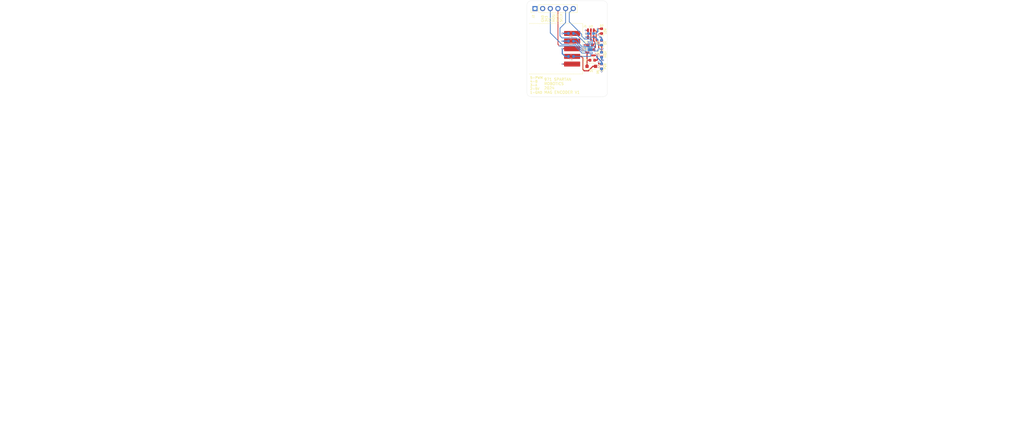
<source format=kicad_pcb>
(kicad_pcb (version 20240108) (generator "pcbnew") (generator_version "8.0")
  (title_block (title "Mag Encoder") (date "2024-08-18") (rev "0") (company "971 Spartan Robotics"))
  (layers (0 "F.Cu" signal) (1 "In1.Cu" signal) (2 "In2.Cu" signal) (31 "B.Cu" signal) (34 "B.Paste" user) (35 "F.Paste" user) (36 "B.SilkS" user "B.Silkscreen") (37 "F.SilkS" user "F.Silkscreen") (38 "B.Mask" user) (39 "F.Mask" user) (44 "Edge.Cuts" user))
  (net 0 "")
  (net 1 "+3.3V")
  (net 2 "GND")
  (net 3 "+5V")
  (net 4 "Net-(D4-A)")
  (net 5 "Net-(D2-A)")
  (net 6 "Net-(D3-A)")
  (net 7 "+5V_IN")
  (net 8 "Net-(D5-K)")
  (net 9 "/A")
  (net 10 "/B")
  (net 11 "/PWM")
  (net 12 "Net-(R1-Pad1)")
  (net 13 "Net-(U3-MGH)")
  (net 14 "Net-(U3-MGL)")
  (net 15 "Net-(U3-PWM)")
  (net 16 "Net-(U3-B)")
  (net 17 "Net-(U3-A)")
  (net 20 "/MISO")
  (net 23 "/CS")
  (net 24 "/MOSI")
  (net 25 "/SCLK")
  (footprint "mag-encoder:pin-0.100" (layer "F.Cu") (at 224.028 97.155)
    (property "Reference" "H3" (hide yes))
    (property "Value" "Pin")
    (pad "" np_thru_hole circle (at 0 0) (size 2.54 2.54) (drill 2.54) (layers "F&B.Cu" "*.Mask") (clearance 0.635))
  )
  (footprint "Package_TO_SOT_SMD:SOT-23-5" (layer "F.Cu") (at 228.854 102.362 -90)
    (property "Reference" "U2" (at -2.413 0 180) (layer "F.SilkS") (effects (font (size 0.635 0.635) (thickness 0.127))))
    (property "Value" "SN74LVC1G02DBVR")
    (fp_line (start 0 1.56) (end -0.8 1.56) (stroke (width 0.12)) (layer "F.SilkS"))
    (fp_line (start 0 1.56) (end 0.8 1.56) (stroke (width 0.12)) (layer "F.SilkS"))
    (fp_line (start 0 -1.56) (end -0.8 -1.56) (stroke (width 0.12)) (layer "F.SilkS"))
    (fp_line (start 0 -1.56) (end 0.8 -1.56) (stroke (width 0.12)) (layer "F.SilkS"))
    (fp_poly (pts (xy -1.3 -1.51) (xy -1.54 -1.84) (xy -1.06 -1.84) (xy -1.3 -1.51)) (stroke (width 0.12)) (fill solid) (layer "F.SilkS"))
    (pad "1" smd roundrect (at -1.1375 -0.95 270) (size 1.325 0.6) (layers "F.Cu" "F.Paste" "F.Mask") (net 13 "Net-(U3-MGH)"))
    (pad "2" smd roundrect (at -1.1375 0 270) (size 1.325 0.6) (layers "F.Cu" "F.Paste" "F.Mask") (net 14 "Net-(U3-MGL)"))
    (pad "3" smd roundrect (at -1.1375 0.95 270) (size 1.325 0.6) (layers "F.Cu" "F.Paste" "F.Mask") (net 2 "GND"))
    (pad "4" smd roundrect (at 1.1375 0.95 270) (size 1.325 0.6) (layers "F.Cu" "F.Paste" "F.Mask") (net 12 "Net-(R1-Pad1)"))
    (pad "5" smd roundrect (at 1.1375 -0.95 270) (size 1.325 0.6) (layers "F.Cu" "F.Paste" "F.Mask") (net 1 "+3.3V"))
  )
  (footprint "MountingHole:MountingHole_3.2mm_M3" (layer "F.Cu") (at 228.6 120.015)
    (property "Reference" "H2" (hide yes))
    (property "Value" "MountingHole")
    (pad "" np_thru_hole circle (at 0 0) (size 3.2 3.2) (drill 3.2) (layers "*.Cu" "*.Mask"))
  )
  (footprint "Capacitor_SMD:C_0603_1608Metric" (layer "F.Cu") (at 228.6 106.045 180)
    (property "Reference" "C1" (at 1.27 1.016 0) (layer "F.SilkS") (effects (font (size 0.635 0.635) (thickness 0.127))))
    (property "Value" "1uF-10%-25V-0603")
    (fp_line (start -0.14058 0.51) (end 0.14058 0.51) (stroke (width 0.12)) (layer "F.SilkS"))
    (fp_line (start -0.14058 -0.51) (end 0.14058 -0.51) (stroke (width 0.12)) (layer "F.SilkS"))
    (pad "1" smd roundrect (at -0.775 0 180) (size 0.9 0.95) (layers "F.Cu" "F.Paste" "F.Mask") (net 1 "+3.3V"))
    (pad "2" smd roundrect (at 0.775 0 180) (size 0.9 0.95) (layers "F.Cu" "F.Paste" "F.Mask") (net 2 "GND"))
  )
  (footprint "LED_SMD:LED_0603_1608Metric" (layer "F.Cu") (at 232.41 113.157 90)
    (property "Reference" "D5" (at -1.905 -1.27 -90) (layer "F.SilkS") (effects (font (size 0.635 0.635) (thickness 0.127))))
    (property "Value" "PWR" (at 0 1.27 90) (layer "F.SilkS") (effects (font (size 0.635 0.635) (thickness 0.127) (bold yes))))
    (fp_line (start 0.8 -0.735) (end -1.485 -0.735) (stroke (width 0.12)) (layer "F.SilkS"))
    (fp_line (start -1.485 -0.735) (end -1.485 0.735) (stroke (width 0.12)) (layer "F.SilkS"))
    (fp_line (start -1.485 0.735) (end 0.8 0.735) (stroke (width 0.12)) (layer "F.SilkS"))
    (pad "1" smd roundrect (at -0.7875 0 90) (size 0.875 0.95) (layers "F.Cu" "F.Paste" "F.Mask") (net 8 "Net-(D5-K)"))
    (pad "2" smd roundrect (at 0.7875 0 90) (size 0.875 0.95) (layers "F.Cu" "F.Paste" "F.Mask") (net 1 "+3.3V"))
  )
  (footprint "LED_SMD:LED_0603_1608Metric" (layer "F.Cu") (at 232.41 101.473 90)
    (property "Reference" "D2" (at 1.778 0 180) (layer "F.SilkS") (effects (font (size 0.635 0.635) (thickness 0.127))))
    (property "Value" "LOW" (at 0 1.27 90) (layer "F.SilkS") (effects (font (size 0.635 0.635) (thickness 0.127) (bold yes))))
    (fp_line (start 0.8 -0.735) (end -1.485 -0.735) (stroke (width 0.12)) (layer "F.SilkS"))
    (fp_line (start -1.485 -0.735) (end -1.485 0.735) (stroke (width 0.12)) (layer "F.SilkS"))
    (fp_line (start -1.485 0.735) (end 0.8 0.735) (stroke (width 0.12)) (layer "F.SilkS"))
    (pad "1" smd roundrect (at -0.7875 0 90) (size 0.875 0.95) (layers "F.Cu" "F.Paste" "F.Mask") (net 2 "GND"))
    (pad "2" smd roundrect (at 0.7875 0 90) (size 0.875 0.95) (layers "F.Cu" "F.Paste" "F.Mask") (net 5 "Net-(D2-A)"))
  )
  (footprint "Capacitor_SMD:C_0603_1608Metric" (layer "F.Cu") (at 229.3366 111.125)
    (property "Reference" "C2" (at -2.2606 0 0) (layer "F.SilkS") (effects (font (size 0.635 0.635) (thickness 0.127))))
    (property "Value" "1uF-10%-25V-0603")
    (fp_line (start -0.14058 -0.51) (end 0.14058 -0.51) (stroke (width 0.12)) (layer "F.SilkS"))
    (fp_line (start -0.14058 0.51) (end 0.14058 0.51) (stroke (width 0.12)) (layer "F.SilkS"))
    (pad "1" smd roundrect (at -0.775 0) (size 0.9 0.95) (layers "F.Cu" "F.Paste" "F.Mask") (net 3 "+5V"))
    (pad "2" smd roundrect (at 0.775 0) (size 0.9 0.95) (layers "F.Cu" "F.Paste" "F.Mask") (net 2 "GND"))
  )
  (footprint "Package_TO_SOT_SMD:SOT-23" (layer "F.Cu") (at 228.6 108.585 180)
    (property "Reference" "U1" (at 1.524 1.143 0) (layer "F.SilkS") (effects (font (size 0.635 0.635) (thickness 0.127))))
    (property "Value" "AP2120N-3.3TRG1")
    (fp_line (start 0 1.56) (end 0.65 1.56) (stroke (width 0.12)) (layer "F.SilkS"))
    (fp_line (start 0 1.56) (end -0.65 1.56) (stroke (width 0.12)) (layer "F.SilkS"))
    (fp_line (start 0 -1.56) (end 0.65 -1.56) (stroke (width 0.12)) (layer "F.SilkS"))
    (fp_line (start 0 -1.56) (end -0.65 -1.56) (stroke (width 0.12)) (layer "F.SilkS"))
    (fp_poly (pts (xy -1.1625 -1.51) (xy -1.4025 -1.84) (xy -0.9225 -1.84) (xy -1.1625 -1.51)) (stroke (width 0.12)) (fill solid) (layer "F.SilkS"))
    (pad "1" smd roundrect (at -0.9375 -0.95 180) (size 1.475 0.6) (layers "F.Cu" "F.Paste" "F.Mask") (net 2 "GND"))
    (pad "2" smd roundrect (at -0.9375 0.95 180) (size 1.475 0.6) (layers "F.Cu" "F.Paste" "F.Mask") (net 1 "+3.3V"))
    (pad "3" smd roundrect (at 0.9375 0 180) (size 1.475 0.6) (layers "F.Cu" "F.Paste" "F.Mask") (net 3 "+5V"))
  )
  (footprint "mag-encoder:Molex-70634-0039" (layer "F.Cu") (at 207.645 107.315 -90)
    (property "Reference" "J1" (at -7.493 -19.304 0) (layer "F.SilkS") (effects (font (size 0.635 0.635) (thickness 0.127))))
    (property "Value" "0015912055")
    (fp_line (start -8.375 -0.7) (end -8.375 -18.5) (stroke (width 0.1)) (layer "F.SilkS"))
    (fp_line (start 8.375 -0.7) (end 8.375 -18.5) (stroke (width 0.1)) (layer "F.SilkS"))
    (fp_line (start -8.375 -18.5) (end 8.375 -18.5) (stroke (width 0.1)) (layer "F.SilkS"))
    (pad "" np_thru_hole circle (at -6.48 -4.3 270) (size 3.4 3.4) (drill 3.4) (layers "F&B.Cu" "*.Mask") (clearance 0.635))
    (pad "" np_thru_hole circle (at 6.48 -4.3 270) (size 3.4 3.4) (drill 3.4) (layers "F&B.Cu" "*.Mask") (clearance 0.635))
    (pad "1" smd roundrect (at 5.08 -14.99 270) (size 1.65 5.33) (layers "F.Cu" "F.Paste" "F.Mask") (roundrect_rratio 0.07352941176) (net 2 "GND"))
    (pad "2" smd roundrect (at 2.54 -14.99 270) (size 1.65 5.33) (layers "F.Cu" "F.Paste" "F.Mask") (roundrect_rratio 0.07352941176) (net 7 "+5V_IN"))
    (pad "3" smd roundrect (at 0 -14.99 270) (size 1.65 5.33) (layers "F.Cu" "F.Paste" "F.Mask") (roundrect_rratio 0.07352941176) (net 9 "/A"))
    (pad "4" smd roundrect (at -2.54 -14.99 270) (size 1.65 5.33) (layers "F.Cu" "F.Paste" "F.Mask") (roundrect_rratio 0.07352941176) (net 10 "/B"))
    (pad "5" smd roundrect (at -5.08 -14.99 270) (size 1.65 5.33) (layers "F.Cu" "F.Paste" "F.Mask") (roundrect_rratio 0.07352941176) (net 11 "/PWM"))
  )
  (footprint "LED_SMD:LED_0603_1608Metric" (layer "F.Cu") (at 232.41 105.367666 90)
    (property "Reference" "D3" (at 0 -1.43 90) (layer "F.SilkS") (effects (font (size 0.635 0.635) (thickness 0.127))))
    (property "Value" "OK" (at 0 1.27 90) (layer "F.SilkS") (effects (font (size 0.635 0.635) (thickness 0.127) (bold yes))))
    (fp_line (start 0.8 -0.735) (end -1.485 -0.735) (stroke (width 0.12)) (layer "F.SilkS"))
    (fp_line (start -1.485 -0.735) (end -1.485 0.735) (stroke (width 0.12)) (layer "F.SilkS"))
    (fp_line (start -1.485 0.735) (end 0.8 0.735) (stroke (width 0.12)) (layer "F.SilkS"))
    (pad "1" smd roundrect (at -0.7875 0 90) (size 0.875 0.95) (layers "F.Cu" "F.Paste" "F.Mask") (net 2 "GND"))
    (pad "2" smd roundrect (at 0.7875 0 90) (size 0.875 0.95) (layers "F.Cu" "F.Paste" "F.Mask") (net 6 "Net-(D3-A)"))
  )
  (footprint "Connector_PinHeader_2.54mm:PinHeader_1x06_P2.54mm_Vertical" (layer "F.Cu") (at 210.312 93.98 90)
    (property "Reference" "J2" (at -2.6416 -0.5842 270) (layer "F.SilkS") (effects (font (size 0.635 0.635) (thickness 0.127) (bold yes))))
    (property "Value" "CONFIG")
    (fp_line (start -1.33 -1.33) (end 0 -1.33) (stroke (width 0.12)) (layer "F.SilkS"))
    (fp_line (start -1.33 0) (end -1.33 -1.33) (stroke (width 0.12)) (layer "F.SilkS"))
    (fp_line (start 1.33 1.27) (end 1.33 14.03) (stroke (width 0.12)) (layer "F.SilkS"))
    (fp_line (start -1.33 1.27) (end 1.33 1.27) (stroke (width 0.12)) (layer "F.SilkS"))
    (fp_line (start -1.33 1.27) (end -1.33 14.03) (stroke (width 0.12)) (layer "F.SilkS"))
    (fp_line (start -1.33 14.03) (end 1.33 14.03) (stroke (width 0.12)) (layer "F.SilkS"))
    (pad "1" thru_hole rect (at 0 0 90) (size 1.7 1.7) (drill 1) (layers "*.Cu" "*.Mask") (net 2 "GND"))
    (pad "2" thru_hole oval (at 0 2.54 90) (size 1.7 1.7) (drill 1) (layers "*.Cu" "*.Mask") (net 1 "+3.3V"))
    (pad "3" thru_hole oval (at 0 5.08 90) (size 1.7 1.7) (drill 1) (layers "*.Cu" "*.Mask") (net 23 "/CS"))
    (pad "4" thru_hole oval (at 0 7.62 90) (size 1.7 1.7) (drill 1) (layers "*.Cu" "*.Mask") (net 24 "/MOSI"))
    (pad "5" thru_hole oval (at 0 10.16 90) (size 1.7 1.7) (drill 1) (layers "*.Cu" "*.Mask") (net 20 "/MISO"))
    (pad "6" thru_hole oval (at 0 12.7 90) (size 1.7 1.7) (drill 1) (layers "*.Cu" "*.Mask") (net 25 "/SCLK"))
  )
  (footprint "mag-encoder:slot-0.100x0.120" (layer "F.Cu") (at 224.028 117.475 180)
    (property "Reference" "H4" (hide yes))
    (property "Value" "Slot")
    (pad "" np_thru_hole oval (at -0.1 0 180) (size 2.54 3.048) (drill oval 2.54 3.048) (layers "F&B.Cu" "*.Mask") (clearance 0.635))
  )
  (footprint "Diode_SMD:D_SOD-123F" (layer "F.Cu") (at 228.981 113.157)
    (property "Reference" "D1" (at 0 1.524 0) (layer "F.SilkS") (effects (font (size 0.635 0.635) (thickness 0.127))))
    (property "Value" "NRVB120VLSFT1G")
    (fp_line (start -2.21 -1) (end -2.21 1) (stroke (width 0.12)) (layer "F.SilkS"))
    (fp_line (start -2.21 -1) (end 1.65 -1) (stroke (width 0.12)) (layer "F.SilkS"))
    (fp_line (start -2.21 1) (end 1.65 1) (stroke (width 0.12)) (layer "F.SilkS"))
    (pad "1" smd roundrect (at -1.4 0) (size 1.1 1.1) (layers "F.Cu" "F.Paste" "F.Mask") (roundrect_rratio 0.2272727273) (net 3 "+5V"))
    (pad "2" smd roundrect (at 1.4 0) (size 1.1 1.1) (layers "F.Cu" "F.Paste" "F.Mask") (roundrect_rratio 0.2272727273) (net 7 "+5V_IN"))
  )
  (footprint "LED_SMD:LED_0603_1608Metric" (layer "F.Cu") (at 232.41 109.262332 -90)
    (property "Reference" "D4" (at -0.550332 1.27 90) (layer "F.SilkS") (effects (font (size 0.635 0.635) (thickness 0.127))))
    (property "Value" "HIGH" (at -0.042332 -1.27 90) (layer "F.SilkS") (effects (font (size 0.635 0.635) (thickness 0.127) (bold yes))))
    (fp_line (start -1.485 0.735) (end 0.8 0.735) (stroke (width 0.12)) (layer "F.SilkS"))
    (fp_line (start -1.485 -0.735) (end -1.485 0.735) (stroke (width 0.12)) (layer "F.SilkS"))
    (fp_line (start 0.8 -0.735) (end -1.485 -0.735) (stroke (width 0.12)) (layer "F.SilkS"))
    (pad "1" smd roundrect (at -0.7875 0 270) (size 0.875 0.95) (layers "F.Cu" "F.Paste" "F.Mask") (net 2 "GND"))
    (pad "2" smd roundrect (at 0.7875 0 270) (size 0.875 0.95) (layers "F.Cu" "F.Paste" "F.Mask") (net 4 "Net-(D4-A)"))
  )
  (footprint "MountingHole:MountingHole_3.2mm_M3" (layer "F.Cu") (at 228.6 94.615)
    (property "Reference" "H1" (hide yes))
    (property "Value" "MountingHole")
    (pad "" np_thru_hole circle (at 0 0) (size 3.2 3.2) (drill 3.2) (layers "F&B.Cu" "*.Mask") (clearance 0.635))
  )
  (footprint "Resistor_SMD:R_0603_1608Metric" (layer "B.Cu") (at 222.25 109.855 180)
    (property "Reference" "R7" (at 0 -1.143 0) (layer "B.SilkS") (effects (font (size 0.635 0.635) (thickness 0.127)) (justify mirror)))
    (property "Value" "100R-1%-0603")
    (fp_line (start 0.237258 0.5225) (end -0.237258 0.5225) (stroke (width 0.12)) (layer "B.SilkS"))
    (fp_line (start 0.237258 -0.5225) (end -0.237258 -0.5225) (stroke (width 0.12)) (layer "B.SilkS"))
    (pad "1" smd roundrect (at -0.825 0 180) (size 0.8 0.95) (layers "B.Cu" "B.Paste" "B.Mask") (net 17 "Net-(U3-A)"))
    (pad "2" smd roundrect (at 0.825 0 180) (size 0.8 0.95) (layers "B.Cu" "B.Paste" "B.Mask") (net 9 "/A"))
  )
  (footprint "Resistor_SMD:R_0603_1608Metric" (layer "B.Cu") (at 232.41 109.347 -90)
    (property "Reference" "R2" (at 0 1.016 90) (layer "B.SilkS") (effects (font (size 0.635 0.635) (thickness 0.127)) (justify mirror)))
    (property "Value" "1.00k-1%-0603")
    (fp_line (start 0.237258 0.5225) (end -0.237258 0.5225) (stroke (width 0.12)) (layer "B.SilkS"))
    (fp_line (start 0.237258 -0.5225) (end -0.237258 -0.5225) (stroke (width 0.12)) (layer "B.SilkS"))
    (pad "1" smd roundrect (at -0.825 0 270) (size 0.8 0.95) (layers "B.Cu" "B.Paste" "B.Mask") (net 13 "Net-(U3-MGH)"))
    (pad "2" smd roundrect (at 0.825 0 270) (size 0.8 0.95) (layers "B.Cu" "B.Paste" "B.Mask") (net 4 "Net-(D4-A)"))
  )
  (footprint "Resistor_SMD:R_0603_1608Metric" (layer "B.Cu") (at 232.41 105.283 90)
    (property "Reference" "R1" (at 0 -1.016 90) (layer "B.SilkS") (effects (font (size 0.635 0.635) (thickness 0.127)) (justify mirror)))
    (property "Value" "1.00k-1%-0603")
    (fp_line (start 0.237258 -0.5225) (end -0.237258 -0.5225) (stroke (width 0.12)) (layer "B.SilkS"))
    (fp_line (start 0.237258 0.5225) (end -0.237258 0.5225) (stroke (width 0.12)) (layer "B.SilkS"))
    (pad "1" smd roundrect (at -0.825 0 90) (size 0.8 0.95) (layers "B.Cu" "B.Paste" "B.Mask") (net 12 "Net-(R1-Pad1)"))
    (pad "2" smd roundrect (at 0.825 0 90) (size 0.8 0.95) (layers "B.Cu" "B.Paste" "B.Mask") (net 6 "Net-(D3-A)"))
  )
  (footprint "Resistor_SMD:R_0603_1608Metric" (layer "B.Cu") (at 222.25 104.775 180)
    (property "Reference" "R6" (at 0 -1.143 0) (layer "B.SilkS") (effects (font (size 0.635 0.635) (thickness 0.127)) (justify mirror)))
    (property "Value" "100R-1%-0603")
    (fp_line (start 0.237258 0.5225) (end -0.237258 0.5225) (stroke (width 0.12)) (layer "B.SilkS"))
    (fp_line (start 0.237258 -0.5225) (end -0.237258 -0.5225) (stroke (width 0.12)) (layer "B.SilkS"))
    (pad "1" smd roundrect (at -0.825 0 180) (size 0.8 0.95) (layers "B.Cu" "B.Paste" "B.Mask") (net 16 "Net-(U3-B)"))
    (pad "2" smd roundrect (at 0.825 0 180) (size 0.8 0.95) (layers "B.Cu" "B.Paste" "B.Mask") (net 10 "/B"))
  )
  (footprint "Resistor_SMD:R_0603_1608Metric" (layer "B.Cu") (at 232.41 113.1316 90)
    (property "Reference" "R3" (at 0 -1.016 -90) (layer "B.SilkS") (effects (font (size 0.635 0.635) (thickness 0.127)) (justify mirror)))
    (property "Value" "1.00k-1%-0603")
    (fp_line (start 0.237258 -0.5225) (end -0.237258 -0.5225) (stroke (width 0.12)) (layer "B.SilkS"))
    (fp_line (start 0.237258 0.5225) (end -0.237258 0.5225) (stroke (width 0.12)) (layer "B.SilkS"))
    (pad "1" smd roundrect (at -0.825 0 90) (size 0.8 0.95) (layers "B.Cu" "B.Paste" "B.Mask") (net 8 "Net-(D5-K)"))
    (pad "2" smd roundrect (at 0.825 0 90) (size 0.8 0.95) (layers "B.Cu" "B.Paste" "B.Mask") (net 2 "GND"))
  )
  (footprint "Resistor_SMD:R_0603_1608Metric" (layer "B.Cu") (at 222.25 102.235 180)
    (property "Reference" "R5" (at 0 -1.143 0) (layer "B.SilkS") (effects (font (size 0.635 0.635) (thickness 0.127)) (justify mirror)))
    (property "Value" "100R-1%-0603")
    (fp_line (start 0.237258 0.5225) (end -0.237258 0.5225) (stroke (width 0.12)) (layer "B.SilkS"))
    (fp_line (start 0.237258 -0.5225) (end -0.237258 -0.5225) (stroke (width 0.12)) (layer "B.SilkS"))
    (pad "1" smd roundrect (at -0.825 0 180) (size 0.8 0.95) (layers "B.Cu" "B.Paste" "B.Mask") (net 15 "Net-(U3-PWM)"))
    (pad "2" smd roundrect (at 0.825 0 180) (size 0.8 0.95) (layers "B.Cu" "B.Paste" "B.Mask") (net 11 "/PWM"))
  )
  (footprint "mag-encoder:QFN-16-1EP_3x3mm_P0.5mm_EP1.7x1.7mm" (layer "B.Cu") (at 228.6 107.315 90)
    (property "Reference" "U3" (at 0 -2.413 90) (layer "B.SilkS") (effects (font (size 0.635 0.635) (thickness 0.127)) (justify mirror)))
    (property "Value" "MA732GQ")
    (fp_line (start 1.61 -1.61) (end 1.135 -1.61) (stroke (width 0.12)) (layer "B.SilkS"))
    (fp_line (start -1.61 -1.61) (end -1.135 -1.61) (stroke (width 0.12)) (layer "B.SilkS"))
    (fp_line (start 1.61 -1.135) (end 1.61 -1.61) (stroke (width 0.12)) (layer "B.SilkS"))
    (fp_line (start -1.61 -1.135) (end -1.61 -1.61) (stroke (width 0.12)) (layer "B.SilkS"))
    (fp_line (start 1.61 1.135) (end 1.61 1.61) (stroke (width 0.12)) (layer "B.SilkS"))
    (fp_line (start -1.61 1.37) (end -1.61 1.135) (stroke (width 0.12)) (layer "B.SilkS"))
    (fp_line (start 1.61 1.61) (end 1.135 1.61) (stroke (width 0.12)) (layer "B.SilkS"))
    (fp_line (start -1.31 1.61) (end -1.135 1.61) (stroke (width 0.12)) (layer "B.SilkS"))
    (fp_poly (pts (xy -1.61 1.61) (xy -1.85 1.94) (xy -1.37 1.94) (xy -1.61 1.61)) (stroke (width 0.12)) (fill solid) (layer "B.SilkS"))
    (pad "1" smd roundrect (at -1.45 0.738 90) (size 0.7 0.25) (layers "B.Cu" "B.Paste" "B.Mask"))
    (pad "2" smd roundrect (at -1.45 0.238 90) (size 0.7 0.25) (layers "B.Cu" "B.Paste" "B.Mask") (net 17 "Net-(U3-A)"))
    (pad "3" smd roundrect (at -1.45 -0.262 90) (size 0.7 0.25) (layers "B.Cu" "B.Paste" "B.Mask"))
    (pad "4" smd roundrect (at -1.45 -0.762 90) (size 0.7 0.25) (layers "B.Cu" "B.Paste" "B.Mask") (net 24 "/MOSI"))
    (pad "5" smd roundrect (at -0.75 -1.45 90) (size 0.25 0.7) (layers "B.Cu" "B.Paste" "B.Mask") (net 23 "/CS"))
    (pad "6" smd roundrect (at -0.25 -1.45 90) (size 0.25 0.7) (layers "B.Cu" "B.Paste" "B.Mask") (net 16 "Net-(U3-B)"))
    (pad "7" smd roundrect (at 0.25 -1.45 90) (size 0.25 0.7) (layers "B.Cu" "B.Paste" "B.Mask") (net 20 "/MISO"))
    (pad "8" smd roundrect (at 0.75 -1.45 90) (size 0.25 0.7) (layers "B.Cu" "B.Paste" "B.Mask") (net 2 "GND"))
    (pad "9" smd roundrect (at 1.45 -0.75 90) (size 0.7 0.25) (layers "B.Cu" "B.Paste" "B.Mask") (net 15 "Net-(U3-PWM)"))
    (pad "10" smd roundrect (at 1.45 -0.25 90) (size 0.7 0.25) (layers "B.Cu" "B.Paste" "B.Mask") (net 2 "GND"))
    (pad "11" smd roundrect (at 1.45 0.25 90) (size 0.7 0.25) (layers "B.Cu" "B.Paste" "B.Mask") (net 14 "Net-(U3-MGL)"))
    (pad "12" smd roundrect (at 1.45 0.75 90) (size 0.7 0.25) (layers "B.Cu" "B.Paste" "B.Mask") (net 25 "/SCLK"))
    (pad "13" smd roundrect (at 0.75 1.45 90) (size 0.25 0.7) (layers "B.Cu" "B.Paste" "B.Mask") (net 1 "+3.3V"))
    (pad "14" smd roundrect (at 0.25 1.45 90) (size 0.25 0.7) (layers "B.Cu" "B.Paste" "B.Mask"))
    (pad "15" smd roundrect (at -0.25 1.45 90) (size 0.25 0.7) (layers "B.Cu" "B.Paste" "B.Mask"))
    (pad "16" smd roundrect (at -0.75 1.45 90) (size 0.25 0.7) (layers "B.Cu" "B.Paste" "B.Mask") (net 13 "Net-(U3-MGH)"))
    (pad "17" smd rect (at 0 0 90) (size 1.7 1.7) (property pad_prop_heatsink) (layers "B.Cu" "B.Mask") (net 2 "GND"))
  )
  (footprint "Resistor_SMD:R_0603_1608Metric" (layer "B.Cu") (at 228.8794 102.2604)
    (property "Reference" "R4" (at -0.0254 1.1176 0) (layer "B.SilkS") (effects (font (size 0.635 0.635) (thickness 0.127)) (justify mirror)))
    (property "Value" "1.00k-1%-0603")
    (fp_line (start 0.237258 -0.5225) (end -0.237258 -0.5225) (stroke (width 0.12)) (layer "B.SilkS"))
    (fp_line (start 0.237258 0.5225) (end -0.237258 0.5225) (stroke (width 0.12)) (layer "B.SilkS"))
    (pad "1" smd roundrect (at -0.825 0) (size 0.8 0.95) (layers "B.Cu" "B.Paste" "B.Mask") (net 14 "Net-(U3-MGL)"))
    (pad "2" smd roundrect (at 0.825 0) (size 0.8 0.95) (layers "B.Cu" "B.Paste" "B.Mask") (net 5 "Net-(D2-A)"))
  )
  (gr_arc (start 234.315 121.92) (mid 233.943026 122.818026) (end 233.045 123.19) (stroke (width 0.05)) (layer "Edge.Cuts"))
  (gr_arc (start 207.645 92.71) (mid 208.016974 91.811974) (end 208.915 91.44) (stroke (width 0.05)) (layer "Edge.Cuts"))
  (gr_arc (start 233.045 91.44) (mid 233.943026 91.811974) (end 234.315 92.71) (stroke (width 0.05)) (layer "Edge.Cuts"))
  (gr_line (start 234.315 121.92) (end 234.315 92.71) (stroke (width 0.05)) (layer "Edge.Cuts"))
  (gr_line (start 207.645 92.71) (end 207.645 121.92) (stroke (width 0.05)) (layer "Edge.Cuts"))
  (gr_line (start 208.915 123.19) (end 233.045 123.19) (stroke (width 0.05)) (layer "Edge.Cuts"))
  (gr_line (start 233.045 91.44) (end 208.915 91.44) (stroke (width 0.05)) (layer "Edge.Cuts"))
  (gr_arc (start 208.915 123.19) (mid 208.016974 122.818026) (end 207.645 121.92) (stroke (width 0.05)) (layer "Edge.Cuts"))
  (gr_text "GND\n3V3\nCS\nMOSI\nMISO\nSCLK" (at 219.4306 98.552 90) (layer "F.SilkS") (effects (font (size 0.762 0.762) (thickness 0.127) (bold yes)) (justify left bottom)))
  (gr_text "5-PWM\n4-B\n3-A\n2-5V\n1-GND\n" (at 208.6102 116.4844 0) (layer "F.SilkS") (effects (font (size 0.762 0.762) (thickness 0.1524) (bold yes)) (justify left top)))
  (gr_text "971 SPARTAN\nROBOTICS\n2024\nMAG ENCODER V1\n" (at 213.2838 116.970788 0) (layer "F.SilkS") (effects (font (size 0.889 0.889) (thickness 0.1524) (bold yes)) (justify left top)))
  (segment (start 229.804 104.759826) (end 230.3526 105.308426) (width 0.381) (layer "F.Cu") (net 1))
  (segment (start 231.6225 112.3695) (end 231.4194 112.1664) (width 0.381) (layer "F.Cu") (net 1))
  (segment (start 229.804 103.4995) (end 229.804 104.759826) (width 0.381) (layer "F.Cu") (net 1))
  (segment (start 232.41 112.3695) (end 231.6225 112.3695) (width 0.381) (layer "F.Cu") (net 1))
  (segment (start 231.4194 112.1664) (end 231.4194 111.7092) (width 0.381) (layer "F.Cu") (net 1))
  (segment (start 229.375 106.045) (end 229.616026 106.045) (width 0.381) (layer "F.Cu") (net 1))
  (segment (start 230.3526 106.8199) (end 230.3526 105.308426) (width 0.381) (layer "F.Cu") (net 1))
  (segment (start 229.5375 107.635) (end 230.3526 106.8199) (width 0.381) (layer "F.Cu") (net 1))
  (segment (start 229.616026 106.045) (end 230.3526 105.308426) (width 0.381) (layer "F.Cu") (net 1))
  (via (at 231.4194 111.7092) (size 0.508) (drill 0.3048) (layers "F.Cu" "B.Cu") (net 1))
  (via (at 230.3526 105.308426) (size 0.508) (drill 0.3048) (layers "F.Cu" "B.Cu") (net 1))
  (segment (start 230.05 106.565) (end 230.3526 106.2624) (width 0.254) (layer "B.Cu") (net 1))
  (segment (start 230.3526 106.2624) (end 230.3526 105.308426) (width 0.254) (layer "B.Cu") (net 1))
  (segment (start 231.013 109.728) (end 230.7844 109.4994) (width 0.381) (layer "F.Cu") (net 2))
  (segment (start 227.904 101.2245) (end 227.1323 101.2245) (width 0.381) (layer "F.Cu") (net 2))
  (segment (start 232.41 108.474832) (end 232.41 107.619796) (width 0.381) (layer "F.Cu") (net 2))
  (segment (start 226.441 106.045) (end 226.3394 106.1466) (width 0.381) (layer "F.Cu") (net 2))
  (segment (start 232.41 106.959404) (end 232.740196 107.2896) (width 0.381) (layer "F.Cu") (net 2))
  (segment (start 222.635 112.395) (end 219.4306 112.395) (width 0.381) (layer "F.Cu") (net 2))
  (segment (start 230.7488 109.535) (end 230.7844 109.4994) (width 0.381) (layer "F.Cu") (net 2))
  (segment (start 227.825 106.045) (end 226.441 106.045) (width 0.381) (layer "F.Cu") (net 2))
  (segment (start 231.7495 102.2605) (end 231.267 102.743) (width 0.381) (layer "F.Cu") (net 2))
  (segment (start 232.41 106.155166) (end 232.41 106.959404) (width 0.381) (layer "F.Cu") (net 2))
  (segment (start 232.41 107.619796) (end 232.740196 107.2896) (width 0.381) (layer "F.Cu") (net 2))
  (segment (start 230.8606 111.125) (end 231.013 110.9726) (width 0.381) (layer "F.Cu") (net 2))
  (segment (start 232.41 102.2605) (end 231.7495 102.2605) (width 0.381) (layer "F.Cu") (net 2))
  (segment (start 227.1323 101.2245) (end 227.1268 101.219) (width 0.381) (layer "F.Cu") (net 2))
  (segment (start 231.013 110.9726) (end 231.013 109.728) (width 0.381) (layer "F.Cu") (net 2))
  (segment (start 229.5375 109.535) (end 230.7488 109.535) (width 0.381) (layer "F.Cu") (net 2))
  (segment (start 230.1116 111.125) (end 230.8606 111.125) (width 0.381) (layer "F.Cu") (net 2))
  (via (at 232.740196 107.2896) (size 0.508) (drill 0.3048) (layers "F.Cu" "B.Cu") (net 2))
  (via (at 231.267 102.743) (size 0.508) (drill 0.3048) (layers "F.Cu" "B.Cu") (net 2))
  (via (at 226.3394 106.1466) (size 0.508) (drill 0.3048) (layers "F.Cu" "B.Cu") (net 2))
  (via (at 230.7844 109.4994) (size 0.508) (drill 0.3048) (layers "F.Cu" "B.Cu") (net 2))
  (via (at 227.9396 104.9528) (size 0.508) (drill 0.3048) (layers "F.Cu" "B.Cu") (net 2))
  (via (at 227.1268 101.219) (size 0.508) (drill 0.3048) (layers "F.Cu" "B.Cu") (net 2))
  (via (at 219.4306 112.395) (size 0.508) (drill 0.3048) (layers "F.Cu" "B.Cu") (net 2))
  (segment (start 226.3394 106.3244) (end 226.3394 106.1466) (width 0.254) (layer "B.Cu") (net 2))
  (segment (start 232.41 112.3066) (end 232.41 111.6584) (width 0.381) (layer "B.Cu") (net 2))
  (segment (start 228.35 105.3632) (end 227.9396 104.9528) (width 0.254) (layer "B.Cu") (net 2))
  (segment (start 226.58 106.565) (end 226.3394 106.3244) (width 0.254) (layer "B.Cu") (net 2))
  (segment (start 232.41 111.6584) (end 230.7844 110.0328) (width 0.381) (layer "B.Cu") (net 2))
  (segment (start 227.8683 106.5833) (end 228.6 107.315) (width 0.254) (layer "B.Cu") (net 2))
  (segment (start 230.7844 110.0328) (end 230.7844 109.4994) (width 0.381) (layer "B.Cu") (net 2))
  (segment (start 227.15 106.565) (end 226.58 106.565) (width 0.254) (layer "B.Cu") (net 2))
  (segment (start 228.35 105.865) (end 228.35 107.065) (width 0.254) (layer "B.Cu") (net 2))
  (segment (start 227.607324 106.5833) (end 227.8683 106.5833) (width 0.254) (layer "B.Cu") (net 2))
  (segment (start 228.35 105.865) (end 228.35 105.3632) (width 0.254) (layer "B.Cu") (net 2))
  (segment (start 227.15 106.565) (end 227.589024 106.565) (width 0.254) (layer "B.Cu") (net 2))
  (segment (start 227.589024 106.565) (end 227.607324 106.5833) (width 0.254) (layer "B.Cu") (net 2))
  (segment (start 228.35 107.065) (end 228.6 107.315) (width 0.254) (layer "B.Cu") (net 2))
  (segment (start 227.581 108.6665) (end 227.6625 108.585) (width 0.381) (layer "F.Cu") (net 3))
  (segment (start 227.581 111.125) (end 227.581 108.6665) (width 0.381) (layer "F.Cu") (net 3))
  (segment (start 227.581 113.157) (end 227.581 111.125) (width 0.381) (layer "F.Cu") (net 3))
  (segment (start 228.5616 111.125) (end 227.581 111.125) (width 0.381) (layer "F.Cu") (net 3))
  (segment (start 232.41 110.871) (end 232.682004 111.143004) (width 0.381) (layer "F.Cu") (net 4))
  (segment (start 232.682004 111.143004) (end 232.926218 111.143004) (width 0.381) (layer "F.Cu") (net 4))
  (segment (start 232.41 110.049832) (end 232.41 110.871) (width 0.381) (layer "F.Cu") (net 4))
  (via (at 232.926218 111.143004) (size 0.508) (drill 0.3048) (layers "F.Cu" "B.Cu") (net 4))
  (segment (start 232.783604 111.143004) (end 232.926218 111.143004) (width 0.381) (layer "B.Cu") (net 4))
  (segment (start 232.41 110.7694) (end 232.783604 111.143004) (width 0.381) (layer "B.Cu") (net 4))
  (segment (start 232.41 110.172) (end 232.41 110.7694) (width 0.381) (layer "B.Cu") (net 4))
  (segment (start 232.4099 100.6856) (end 232.41 100.6855) (width 0.381) (layer "F.Cu") (net 5))
  (segment (start 231.14 100.6856) (end 232.4099 100.6856) (width 0.381) (layer "F.Cu") (net 5))
  (via (at 231.14 100.6856) (size 0.508) (drill 0.3048) (layers "F.Cu" "B.Cu") (net 5))
  (segment (start 229.7044 102.2604) (end 230.505 102.2604) (width 0.381) (layer "B.Cu") (net 5))
  (segment (start 230.505 102.2604) (end 231.14 101.6254) (width 0.381) (layer "B.Cu") (net 5))
  (segment (start 231.14 101.6254) (end 231.14 100.6856) (width 0.381) (layer "B.Cu") (net 5))
  (segment (start 232.41 103.8606) (end 231.9528 103.4034) (width 0.381) (layer "F.Cu") (net 6))
  (segment (start 231.9528 103.4034) (end 231.8004 103.4034) (width 0.381) (layer "F.Cu") (net 6))
  (segment (start 232.41 104.580166) (end 232.41 103.8606) (width 0.381) (layer "F.Cu") (net 6))
  (via (at 231.8004 103.4034) (size 0.508) (drill 0.3048) (layers "F.Cu" "B.Cu") (net 6))
  (segment (start 232.41 104.458) (end 232.41 103.7336) (width 0.381) (layer "B.Cu") (net 6))
  (segment (start 232.0798 103.4034) (end 231.8004 103.4034) (width 0.381) (layer "B.Cu") (net 6))
  (segment (start 232.41 103.7336) (end 232.0798 103.4034) (width 0.381) (layer "B.Cu") (net 6))
  (segment (start 226.187 110.363) (end 226.187 114.173) (width 0.381) (layer "F.Cu") (net 7))
  (segment (start 226.187 114.173) (end 226.6442 114.6302) (width 0.381) (layer "F.Cu") (net 7))
  (segment (start 222.635 109.855) (end 225.679 109.855) (width 0.381) (layer "F.Cu") (net 7))
  (segment (start 229.5144 113.157) (end 230.381 113.157) (width 0.381) (layer "F.Cu") (net 7))
  (segment (start 226.6442 114.6302) (end 228.0412 114.6302) (width 0.381) (layer "F.Cu") (net 7))
  (segment (start 225.679 109.855) (end 226.187 110.363) (width 0.381) (layer "F.Cu") (net 7))
  (segment (start 228.0412 114.6302) (end 229.5144 113.157) (width 0.381) (layer "F.Cu") (net 7))
  (segment (start 232.41 113.9445) (end 232.41 114.8588) (width 0.381) (layer "F.Cu") (net 8))
  (via (at 232.41 114.8588) (size 0.508) (drill 0.3048) (layers "F.Cu" "B.Cu") (net 8))
  (segment (start 232.41 114.8588) (end 232.41 113.9566) (width 0.381) (layer "B.Cu") (net 8))
  (segment (start 219.3798 107.2896) (end 222.6096 107.2896) (width 0.381) (layer "F.Cu") (net 9))
  (segment (start 222.6096 107.2896) (end 222.635 107.315) (width 0.381) (layer "F.Cu") (net 9))
  (via (at 219.3798 107.2896) (size 0.508) (drill 0.3048) (layers "F.Cu" "B.Cu") (net 9))
  (segment (start 219.3798 107.2896) (end 219.3798 108.9406) (width 0.381) (layer "B.Cu") (net 9))
  (segment (start 220.2942 109.855) (end 221.425 109.855) (width 0.381) (layer "B.Cu") (net 9))
  (segment (start 219.3798 108.9406) (end 220.2942 109.855) (width 0.381) (layer "B.Cu") (net 9))
  (segment (start 219.4052 107.315) (end 219.3798 107.2896) (width 0.381) (layer "B.Cu") (net 9))
  (segment (start 219.3798 104.8004) (end 222.6096 104.8004) (width 0.381) (layer "F.Cu") (net 10))
  (segment (start 222.6096 104.8004) (end 222.635 104.775) (width 0.381) (layer "F.Cu") (net 10))
  (via (at 219.3798 104.8004) (size 0.508) (drill 0.3048) (layers "F.Cu" "B.Cu") (net 10))
  (segment (start 219.4052 104.775) (end 219.3798 104.8004) (width 0.381) (layer "B.Cu") (net 10))
  (segment (start 221.425 104.775) (end 219.4052 104.775) (width 0.381) (layer "B.Cu") (net 10))
  (segment (start 222.635 102.235) (end 219.354404 102.235) (width 0.381) (layer "F.Cu") (net 11))
  (segment (start 219.354404 102.235) (end 219.329004 102.2604) (width 0.381) (layer "F.Cu") (net 11))
  (via (at 219.329004 102.2604) (size 0.508) (drill 0.3048) (layers "F.Cu" "B.Cu") (net 11))
  (segment (start 219.354404 102.235) (end 219.329004 102.2604) (width 0.381) (layer "B.Cu") (net 11))
  (segment (start 221.425 102.235) (end 219.354404 102.235) (width 0.381) (layer "B.Cu") (net 11))
  (segment (start 227.145495 103.4995) (end 227.1268 103.480805) (width 0.381) (layer "F.Cu") (net 12))
  (segment (start 227.904 103.4995) (end 227.145495 103.4995) (width 0.381) (layer "F.Cu") (net 12))
  (via (at 227.1268 103.480805) (size 0.508) (drill 0.3048) (layers "F.Cu" "B.Cu") (net 12))
  (segment (start 231.457 106.108) (end 232.41 106.108) (width 0.381) (layer "B.Cu") (net 12))
  (segment (start 227.1268 103.480805) (end 230.303005 103.480805) (width 0.381) (layer "B.Cu") (net 12))
  (segment (start 231.14 104.3178) (end 231.14 105.791) (width 0.381) (layer "B.Cu") (net 12))
  (segment (start 230.303005 103.480805) (end 231.14 104.3178) (width 0.381) (layer "B.Cu") (net 12))
  (segment (start 231.14 105.791) (end 231.457 106.108) (width 0.381) (layer "B.Cu") (net 12))
  (segment (start 230.5812 104.5464) (end 231.4702 105.4354) (width 0.381) (layer "F.Cu") (net 13))
  (segment (start 230.3327 101.2245) (end 230.5812 101.473) (width 0.381) (layer "F.Cu") (net 13))
  (segment (start 231.4702 105.4354) (end 231.4702 107.3404) (width 0.381) (layer "F.Cu") (net 13))
  (segment (start 229.804 101.2245) (end 230.3327 101.2245) (width 0.381) (layer "F.Cu") (net 13))
  (segment (start 230.5812 101.473) (end 230.5812 104.5464) (width 0.381) (layer "F.Cu") (net 13))
  (via (at 231.4702 107.3404) (size 0.508) (drill 0.3048) (layers "F.Cu" "B.Cu") (net 13))
  (segment (start 231.1788 108.065) (end 231.1788 107.6318) (width 0.254) (layer "B.Cu") (net 13))
  (segment (start 232.41 108.522) (end 232.41 107.8484) (width 0.254) (layer "B.Cu") (net 13))
  (segment (start 231.902 107.3404) (end 231.4702 107.3404) (width 0.254) (layer "B.Cu") (net 13))
  (segment (start 231.1788 107.6318) (end 231.4702 107.3404) (width 0.254) (layer "B.Cu") (net 13))
  (segment (start 231.1788 108.065) (end 230.05 108.065) (width 0.254) (layer "B.Cu") (net 13))
  (segment (start 232.41 107.8484) (end 231.902 107.3404) (width 0.254) (layer "B.Cu") (net 13))
  (segment (start 231.1788 107.6452) (end 231.1788 108.065) (width 0.254) (layer "B.Cu") (net 13))
  (segment (start 228.841535 104.6607) (end 228.854 104.6607) (width 0.381) (layer "F.Cu") (net 14))
  (segment (start 228.854 101.2245) (end 228.854 102.4128) (width 0.381) (layer "F.Cu") (net 14))
  (segment (start 228.684551 104.817684) (end 228.841535 104.6607) (width 0.381) (layer "F.Cu") (net 14))
  (segment (start 228.854 104.6607) (end 228.854 102.4128) (width 0.381) (layer "F.Cu") (net 14))
  (segment (start 227.2284 102.362) (end 228.8032 102.362) (width 0.381) (layer "F.Cu") (net 14))
  (segment (start 228.8032 102.362) (end 228.854 102.4128) (width 0.381) (layer "F.Cu") (net 14))
  (segment (start 227.1522 102.2858) (end 227.2284 102.362) (width 0.381) (layer "F.Cu") (net 14))
  (via (at 228.684551 104.817684) (size 0.508) (drill 0.3048) (layers "F.Cu" "B.Cu") (net 14))
  (via (at 227.1522 102.2858) (size 0.508) (drill 0.3048) (layers "F.Cu" "B.Cu") (net 14))
  (segment (start 228.684551 104.817684) (end 228.85 104.983133) (width 0.254) (layer "B.Cu") (net 14))
  (segment (start 227.1776 102.2604) (end 227.1522 102.2858) (width 0.381) (layer "B.Cu") (net 14))
  (segment (start 228.85 104.983133) (end 228.85 105.865) (width 0.254) (layer "B.Cu") (net 14))
  (segment (start 228.0544 102.2604) (end 227.1776 102.2604) (width 0.381) (layer "B.Cu") (net 14))
  (segment (start 223.7486 102.235) (end 223.075 102.235) (width 0.254) (layer "B.Cu") (net 15))
  (segment (start 227.85 105.865) (end 227.3786 105.865) (width 0.254) (layer "B.Cu") (net 15))
  (segment (start 227.3786 105.865) (end 223.7486 102.235) (width 0.254) (layer "B.Cu") (net 15))
  (segment (start 227.15 107.565) (end 226.1576 107.565) (width 0.254) (layer "B.Cu") (net 16))
  (segment (start 224.4344 105.3338) (end 223.8756 104.775) (width 0.254) (layer "B.Cu") (net 16))
  (segment (start 224.4344 105.8418) (end 224.4344 105.3338) (width 0.254) (layer "B.Cu") (net 16))
  (segment (start 223.8756 104.775) (end 223.075 104.775) (width 0.254) (layer "B.Cu") (net 16))
  (segment (start 226.1576 107.565) (end 224.4344 105.8418) (width 0.254) (layer "B.Cu") (net 16))
  (segment (start 228.838 108.765) (end 228.838 109.617) (width 0.254) (layer "B.Cu") (net 17))
  (segment (start 228.6 109.855) (end 223.075 109.855) (width 0.254) (layer "B.Cu") (net 17))
  (segment (start 228.838 109.617) (end 228.6 109.855) (width 0.254) (layer "B.Cu") (net 17))
  (segment (start 224.9424 105.6386) (end 224.9424 104.6734) (width 0.254) (layer "B.Cu") (net 20))
  (segment (start 227.15 107.065) (end 226.3688 107.065) (width 0.254) (layer "B.Cu") (net 20))
  (segment (start 226.3688 107.065) (end 224.9424 105.6386) (width 0.254) (layer "B.Cu") (net 20))
  (segment (start 218.5924 100.5078) (end 220.472 98.6282) (width 0.254) (layer "B.Cu") (net 20))
  (segment (start 223.9772 103.7082) (end 219.2782 103.7082) (width 0.254) (layer "B.Cu") (net 20))
  (segment (start 219.2782 103.7082) (end 218.5924 103.0224) (width 0.254) (layer "B.Cu") (net 20))
  (segment (start 224.9424 104.6734) (end 223.9772 103.7082) (width 0.254) (layer "B.Cu") (net 20))
  (segment (start 220.472 98.6282) (end 220.472 93.98) (width 0.254) (layer "B.Cu") (net 20))
  (segment (start 218.5924 103.0224) (end 218.5924 100.5078) (width 0.254) (layer "B.Cu") (net 20))
  (segment (start 215.392 102.0572) (end 215.392 93.98) (width 0.254) (layer "B.Cu") (net 23))
  (segment (start 223.7486 105.8672) (end 219.202 105.8672) (width 0.254) (layer "B.Cu") (net 23))
  (segment (start 225.9464 108.065) (end 223.7486 105.8672) (width 0.254) (layer "B.Cu") (net 23))
  (segment (start 219.202 105.8672) (end 215.392 102.0572) (width 0.254) (layer "B.Cu") (net 23))
  (segment (start 227.15 108.065) (end 225.9464 108.065) (width 0.254) (layer "B.Cu") (net 23))
  (segment (start 218.44 106.3752) (end 217.932 105.8672) (width 0.254) (layer "F.Cu") (net 24))
  (segment (start 217.932 105.8672) (end 217.932 93.98) (width 0.254) (layer "F.Cu") (net 24))
  (segment (start 218.44 106.4006) (end 218.44 106.3752) (width 0.254) (layer "F.Cu") (net 24))
  (via (at 218.44 106.4006) (size 0.508) (drill 0.3048) (layers "F.Cu" "B.Cu") (net 24))
  (segment (start 225.9352 108.765) (end 223.545401 106.375201) (width 0.254) (layer "B.Cu") (net 24))
  (segment (start 218.592402 106.4006) (end 218.44 106.4006) (width 0.254) (layer "B.Cu") (net 24))
  (segment (start 227.838 108.765) (end 225.9352 108.765) (width 0.254) (layer "B.Cu") (net 24))
  (segment (start 223.545401 106.375201) (end 218.617801 106.375201) (width 0.254) (layer "B.Cu") (net 24))
  (segment (start 218.617801 106.375201) (end 218.592402 106.4006) (width 0.254) (layer "B.Cu") (net 24))
  (segment (start 225.806 103.124) (end 225.806 102.5144) (width 0.254) (layer "B.Cu") (net 25))
  (segment (start 225.806 102.5144) (end 221.6912 98.3996) (width 0.254) (layer "B.Cu") (net 25))
  (segment (start 221.6912 95.3008) (end 223.012 93.98) (width 0.254) (layer "B.Cu") (net 25))
  (segment (start 228.986733 104.111805) (end 226.768405 104.111805) (width 0.254) (layer "B.Cu") (net 25))
  (segment (start 226.768405 104.086405) (end 225.806 103.124) (width 0.254) (layer "B.Cu") (net 25))
  (segment (start 226.768405 104.111805) (end 226.768405 104.086405) (width 0.254) (layer "B.Cu") (net 25))
  (segment (start 229.3453 105.8603) (end 229.3453 104.470372) (width 0.254) (layer "B.Cu") (net 25))
  (segment (start 221.6912 98.3996) (end 221.6912 95.3008) (width 0.254) (layer "B.Cu") (net 25))
  (segment (start 229.35 105.865) (end 229.3453 105.8603) (width 0.254) (layer "B.Cu") (net 25))
  (segment (start 229.3453 104.470372) (end 228.986733 104.111805) (width 0.254) (layer "B.Cu") (net 25))
)
</source>
